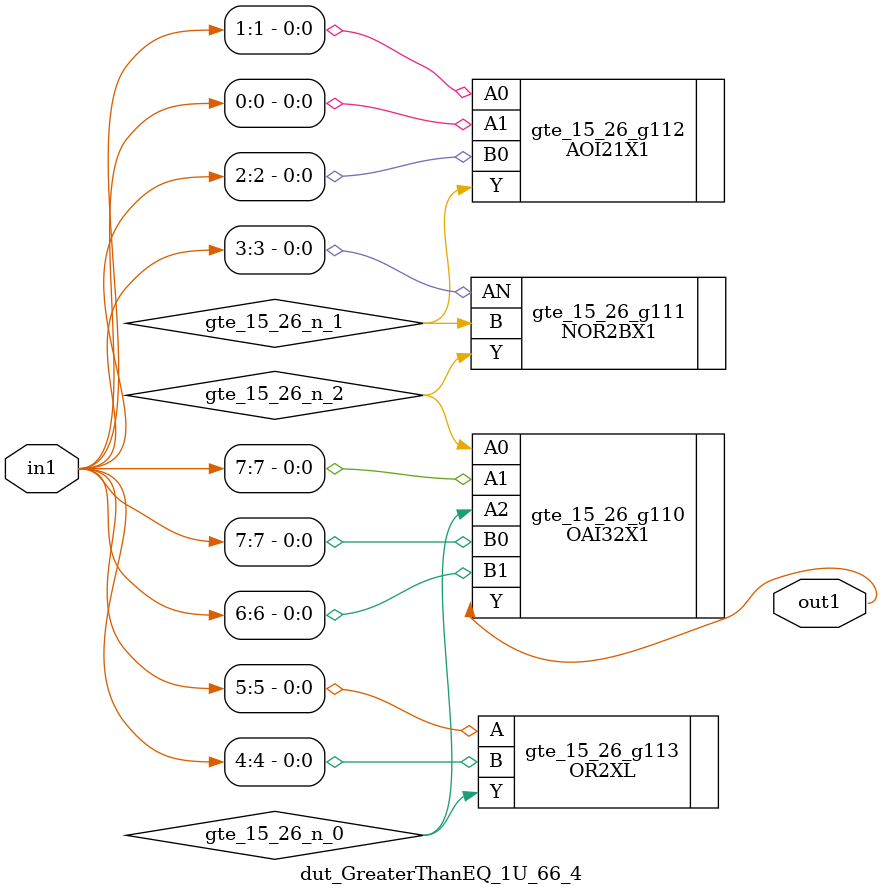
<source format=v>
`timescale 1ps / 1ps


module dut_GreaterThanEQ_1U_66_4(in1, out1);
  input [7:0] in1;
  output out1;
  wire [7:0] in1;
  wire out1;
  wire gte_15_26_n_0, gte_15_26_n_1, gte_15_26_n_2;
  OAI32X1 gte_15_26_g110(.A0 (gte_15_26_n_2), .A1 (in1[7]), .A2
       (gte_15_26_n_0), .B0 (in1[7]), .B1 (in1[6]), .Y (out1));
  NOR2BX1 gte_15_26_g111(.AN (in1[3]), .B (gte_15_26_n_1), .Y
       (gte_15_26_n_2));
  AOI21X1 gte_15_26_g112(.A0 (in1[1]), .A1 (in1[0]), .B0 (in1[2]), .Y
       (gte_15_26_n_1));
  OR2XL gte_15_26_g113(.A (in1[5]), .B (in1[4]), .Y (gte_15_26_n_0));
endmodule



</source>
